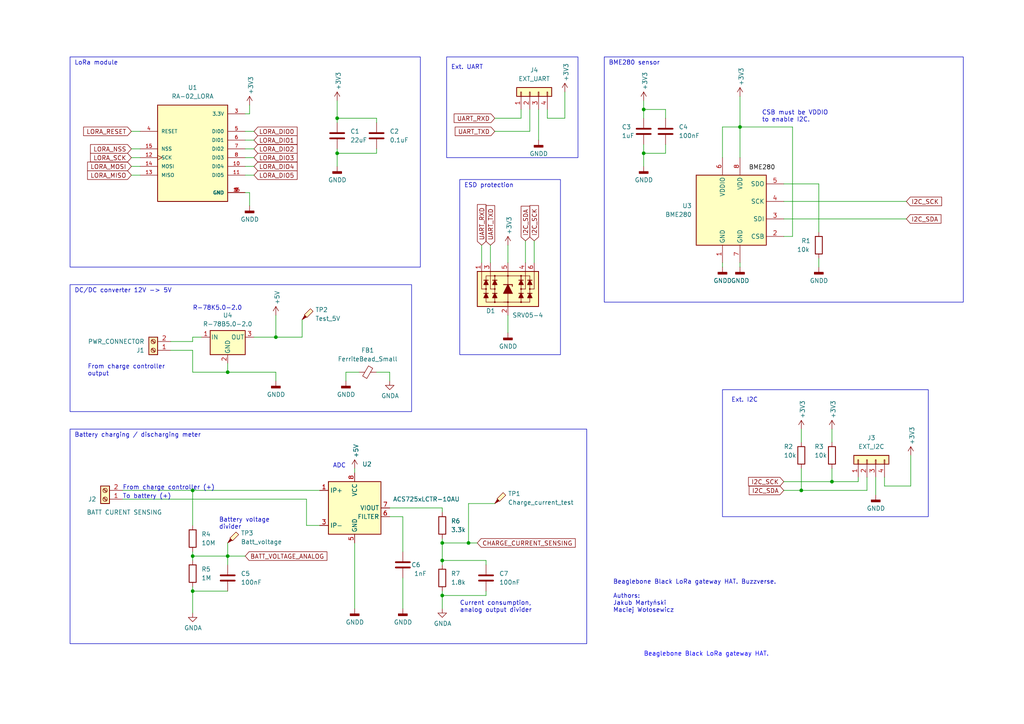
<source format=kicad_sch>
(kicad_sch (version 20230121) (generator eeschema)
  (paper "A4")
  (lib_symbols
    (symbol "Connector:Screw_Terminal_01x02" (pin_names (offset 1.016) hide)
      (property "Reference" "J" (at 0 2.54 0))
      (property "Value" "Screw_Terminal_01x02" (at 0 -5.08 0))
      (symbol "Screw_Terminal_01x02_1_1"
        (rectangle (start -1.27 1.27) (end 1.27 -3.81) (stroke (width 0.254)) (fill (type background)))
        (circle (center 0 -2.54) (radius 0.635) (stroke (width 0.1524)))
        (polyline (pts (xy -0.5334 -2.2098) (xy 0.3302 -3.048)) (stroke (width 0.1524)))
        (polyline (pts (xy -0.5334 0.3302) (xy 0.3302 -0.508)) (stroke (width 0.1524)))
        (polyline (pts (xy -0.3556 -2.032) (xy 0.508 -2.8702)) (stroke (width 0.1524)))
        (polyline (pts (xy -0.3556 0.508) (xy 0.508 -0.3302)) (stroke (width 0.1524)))
        (circle (center 0 0) (radius 0.635) (stroke (width 0.1524)))
        (pin passive line (at -5.08 0 0) (length 3.81) (name "Pin_1") (number "1"))
        (pin passive line (at -5.08 -2.54 0) (length 3.81) (name "Pin_2") (number "2"))
      )
    )
    (symbol "Connector:TestPoint_Probe" (pin_numbers hide) (pin_names (offset 0.762) hide)
      (property "Reference" "TP" (at 1.651 5.842 0))
      (property "Value" "TestPoint_Probe" (at 1.651 4.064 0))
      (symbol "TestPoint_Probe_0_1"
        (polyline (pts (xy 1.27 0.762) (xy 0 0) (xy 0.762 1.27) (xy 1.27 0.762)) (fill (type outline)))
        (polyline (pts (xy 1.397 0.635) (xy 0.635 1.397) (xy 2.413 3.175) (xy 3.175 2.413) (xy 1.397 0.635)) (fill (type background)))
      )
      (symbol "TestPoint_Probe_1_1"
        (pin passive line (at 0 0 90) (length 0) (name "1") (number "1"))
      )
    )
    (symbol "Connector_Generic:Conn_01x04" (pin_names (offset 1.016) hide)
      (property "Reference" "J" (at 0 5.08 0))
      (property "Value" "Conn_01x04" (at 0 -7.62 0))
      (symbol "Conn_01x04_1_1"
        (rectangle (start -1.27 -4.953) (end 0 -5.207) (stroke (width 0.1524)))
        (rectangle (start -1.27 -2.413) (end 0 -2.667) (stroke (width 0.1524)))
        (rectangle (start -1.27 0.127) (end 0 -0.127) (stroke (width 0.1524)))
        (rectangle (start -1.27 2.667) (end 0 2.413) (stroke (width 0.1524)))
        (rectangle (start -1.27 3.81) (end 1.27 -6.35) (stroke (width 0.254)) (fill (type background)))
        (pin passive line (at -5.08 2.54 0) (length 3.81) (name "Pin_1") (number "1"))
        (pin passive line (at -5.08 0 0) (length 3.81) (name "Pin_2") (number "2"))
        (pin passive line (at -5.08 -2.54 0) (length 3.81) (name "Pin_3") (number "3"))
        (pin passive line (at -5.08 -5.08 0) (length 3.81) (name "Pin_4") (number "4"))
      )
    )
    (symbol "Device:C" (pin_numbers hide) (pin_names (offset 0.254))
      (property "Reference" "C" (at 0.635 2.54 0))
      (property "Value" "C" (at 0.635 -2.54 0))
      (symbol "C_0_1"
        (polyline (pts (xy -2.032 -0.762) (xy 2.032 -0.762)) (stroke (width 0.508)))
        (polyline (pts (xy -2.032 0.762) (xy 2.032 0.762)) (stroke (width 0.508)))
      )
      (symbol "C_1_1"
        (pin passive line (at 0 3.81 270) (length 2.794) (name "~") (number "1"))
        (pin passive line (at 0 -3.81 90) (length 2.794) (name "~") (number "2"))
      )
    )
    (symbol "Device:FerriteBead_Small" (pin_numbers hide) (pin_names (offset 0))
      (property "Reference" "FB" (at 1.905 1.27 0))
      (property "Value" "FerriteBead_Small" (at 1.905 -1.27 0))
      (symbol "FerriteBead_Small_0_1"
        (polyline (pts (xy 0 -1.27) (xy 0 -0.7874)))
        (polyline (pts (xy 0 0.889) (xy 0 1.2954)))
        (polyline (pts (xy -1.8288 0.2794) (xy -1.1176 1.4986) (xy 1.8288 -0.2032) (xy 1.1176 -1.4224) (xy -1.8288 0.2794)))
      )
      (symbol "FerriteBead_Small_1_1"
        (pin passive line (at 0 2.54 270) (length 1.27) (name "~") (number "1"))
        (pin passive line (at 0 -2.54 90) (length 1.27) (name "~") (number "2"))
      )
    )
    (symbol "Device:R" (pin_numbers hide) (pin_names (offset 0))
      (property "Reference" "R" (at 2.032 0 90))
      (property "Value" "R" (at 0 0 90))
      (symbol "R_0_1"
        (rectangle (start -1.016 -2.54) (end 1.016 2.54) (stroke (width 0.254)))
      )
      (symbol "R_1_1"
        (pin passive line (at 0 3.81 270) (length 1.27) (name "~") (number "1"))
        (pin passive line (at 0 -3.81 90) (length 1.27) (name "~") (number "2"))
      )
    )
    (symbol "PCM_Diode_TVS_AKL:SRV05-4" (pin_names (offset 1.016) hide)
      (property "Reference" "D" (at 10.16 1.27 0))
      (property "Value" "SRV05-4" (at 10.16 -1.27 0))
      (symbol "SRV05-4_0_1"
        (rectangle (start -8.89 5.08) (end 8.89 -5.08) (stroke (width 0.254)) (fill (type background)))
        (circle (center -3.81 0) (radius 0.1778) (fill (type outline)))
        (polyline (pts (xy -5.715 -1.27) (xy -6.985 -1.27)) (stroke (width 0.254)))
        (polyline (pts (xy -5.715 2.54) (xy -6.985 2.54)) (stroke (width 0.254)))
        (polyline (pts (xy -5.08 0) (xy -5.08 5.08)))
        (polyline (pts (xy -3.81 -1.27) (xy -3.81 1.27)))
        (polyline (pts (xy -3.81 0) (xy -5.08 0)))
        (polyline (pts (xy -3.175 -1.27) (xy -4.445 -1.27)) (stroke (width 0.254)))
        (polyline (pts (xy -3.175 2.54) (xy -4.445 2.54)) (stroke (width 0.254)))
        (polyline (pts (xy 0 -1.27) (xy 0 -5.08)))
        (polyline (pts (xy 0 1.27) (xy 0 5.08)) (stroke (width 0.1524)))
        (polyline (pts (xy 3.81 -1.27) (xy 3.81 1.27)))
        (polyline (pts (xy 3.81 0) (xy 5.08 0)))
        (polyline (pts (xy 3.81 3.81) (xy 6.35 3.81)) (stroke (width 0.1524)))
        (polyline (pts (xy 4.445 -1.27) (xy 3.175 -1.27)) (stroke (width 0.254)))
        (polyline (pts (xy 4.445 2.54) (xy 3.175 2.54)) (stroke (width 0.254)))
        (polyline (pts (xy 5.08 0) (xy 5.08 5.08)))
        (polyline (pts (xy 6.35 3.81) (xy 6.35 -3.81)) (stroke (width 0.1524)))
        (polyline (pts (xy 6.985 -1.27) (xy 5.715 -1.27)) (stroke (width 0.254)))
        (polyline (pts (xy 6.985 2.54) (xy 5.715 2.54)) (stroke (width 0.254)))
        (polyline (pts (xy 6.35 -3.81) (xy -1.27 -3.81) (xy 0 -3.81)) (stroke (width 0.1524)))
        (polyline (pts (xy -6.35 -1.27) (xy -5.715 -2.54) (xy -6.985 -2.54) (xy -6.35 -1.27)) (stroke (width 0.254)) (fill (type outline)))
        (polyline (pts (xy -6.35 2.54) (xy -5.715 1.27) (xy -6.985 1.27) (xy -6.35 2.54)) (stroke (width 0.254)) (fill (type outline)))
        (polyline (pts (xy -3.81 -1.27) (xy -3.175 -2.54) (xy -4.445 -2.54) (xy -3.81 -1.27)) (stroke (width 0.254)) (fill (type outline)))
        (polyline (pts (xy -3.81 2.54) (xy -3.81 3.81) (xy 3.81 3.81) (xy 3.81 2.54)))
        (polyline (pts (xy -3.81 2.54) (xy -3.175 1.27) (xy -4.445 1.27) (xy -3.81 2.54)) (stroke (width 0.254)) (fill (type outline)))
        (polyline (pts (xy 0 -3.81) (xy -6.35 -3.81) (xy -6.35 3.81) (xy -3.81 3.81)))
        (polyline (pts (xy 3.81 -1.27) (xy 4.445 -2.54) (xy 3.175 -2.54) (xy 3.81 -1.27)) (stroke (width 0.254)) (fill (type outline)))
        (polyline (pts (xy 3.81 2.54) (xy 4.445 1.27) (xy 3.175 1.27) (xy 3.81 2.54)) (stroke (width 0.254)) (fill (type outline)))
        (polyline (pts (xy 6.35 -1.27) (xy 6.985 -2.54) (xy 5.715 -2.54) (xy 6.35 -1.27)) (stroke (width 0.254)) (fill (type outline)))
        (polyline (pts (xy 6.35 2.54) (xy 6.985 1.27) (xy 5.715 1.27) (xy 6.35 2.54)) (stroke (width 0.254)) (fill (type outline)))
        (circle (center 0 3.81) (radius 0.1778) (fill (type outline)))
        (circle (center 3.81 0) (radius 0.1778) (fill (type outline)))
      )
      (symbol "SRV05-4_1_1"
        (circle (center -6.35 0) (radius 0.1778) (fill (type outline)))
        (circle (center -3.81 -3.81) (radius 0.1778) (fill (type outline)))
        (circle (center -3.81 3.81) (radius 0.1778) (fill (type outline)))
        (circle (center 0 -3.81) (radius 0.1778) (fill (type outline)))
        (polyline (pts (xy -7.62 0) (xy -7.62 5.08)))
        (polyline (pts (xy -6.35 0) (xy -7.62 0)))
        (polyline (pts (xy -3.81 -3.81) (xy -3.81 -1.27)))
        (polyline (pts (xy -3.81 1.27) (xy -3.81 3.81)))
        (polyline (pts (xy -1.27 1.27) (xy 1.27 1.27)) (stroke (width 0.254)))
        (polyline (pts (xy 0 -1.27) (xy 0 1.27)))
        (polyline (pts (xy 1.27 1.27) (xy 1.27 0.762)) (stroke (width 0.254)))
        (polyline (pts (xy 3.81 -3.81) (xy 3.81 -1.27)))
        (polyline (pts (xy 3.81 1.27) (xy 3.81 3.81)))
        (polyline (pts (xy 6.35 0) (xy 7.62 0)))
        (polyline (pts (xy 7.62 0) (xy 7.62 5.08)))
        (polyline (pts (xy 1.27 -1.27) (xy -1.27 -1.27) (xy 0 1.27) (xy 1.27 -1.27)) (stroke (width 0.254)) (fill (type outline)))
        (circle (center 3.81 -3.81) (radius 0.1778) (fill (type outline)))
        (circle (center 3.81 3.81) (radius 0.1778) (fill (type outline)))
        (circle (center 6.35 0) (radius 0.1778) (fill (type outline)))
        (pin passive line (at -7.62 7.62 270) (length 2.54) (name "L1") (number "1"))
        (pin passive line (at 0 -7.62 90) (length 2.54) (name "VN") (number "2"))
        (pin passive line (at -5.08 7.62 270) (length 2.54) (name "L2") (number "3"))
        (pin passive line (at 5.08 7.62 270) (length 2.54) (name "L3") (number "4"))
        (pin passive line (at 0 7.62 270) (length 2.54) (name "VP") (number "5"))
        (pin passive line (at 7.62 7.62 270) (length 2.54) (name "L4") (number "6"))
      )
    )
    (symbol "RA-02_LORA:RA-02_LORA" (pin_names (offset 1.016))
      (property "Reference" "U" (at -10.16 16.51 0))
      (property "Value" "RA-02_LORA" (at -10.16 -13.97 0))
      (symbol "RA-02_LORA_0_0"
        (rectangle (start -10.16 -12.7) (end 10.16 15.24) (stroke (width 0.254)) (fill (type background)))
        (pin power_in line (at 15.24 -10.16 180) (length 5.08) (name "GND") (number "1"))
        (pin bidirectional line (at 15.24 -2.54 180) (length 5.08) (name "DI04") (number "10"))
        (pin bidirectional line (at 15.24 -5.08 180) (length 5.08) (name "DI05") (number "11"))
        (pin input clock (at -15.24 0 0) (length 5.08) (name "SCK") (number "12"))
        (pin output line (at -15.24 -5.08 0) (length 5.08) (name "MISO") (number "13"))
        (pin input line (at -15.24 -2.54 0) (length 5.08) (name "MOSI") (number "14"))
        (pin input line (at -15.24 2.54 0) (length 5.08) (name "NSS") (number "15"))
        (pin power_in line (at 15.24 -10.16 180) (length 5.08) (name "GND") (number "16"))
        (pin power_in line (at 15.24 -10.16 180) (length 5.08) (name "GND") (number "2"))
        (pin power_in line (at 15.24 12.7 180) (length 5.08) (name "3.3V") (number "3"))
        (pin input line (at -15.24 7.62 0) (length 5.08) (name "RESET") (number "4"))
        (pin bidirectional line (at 15.24 7.62 180) (length 5.08) (name "DI00") (number "5"))
        (pin bidirectional line (at 15.24 5.08 180) (length 5.08) (name "DI01") (number "6"))
        (pin bidirectional line (at 15.24 2.54 180) (length 5.08) (name "DI02") (number "7"))
        (pin bidirectional line (at 15.24 0 180) (length 5.08) (name "DI03") (number "8"))
        (pin power_in line (at 15.24 -10.16 180) (length 5.08) (name "GND") (number "9"))
      )
    )
    (symbol "Regulator_Switching:R-78B5.0-2.0" (pin_names (offset 0.254))
      (property "Reference" "U" (at -3.81 3.175 0))
      (property "Value" "R-78B5.0-2.0" (at 0 3.175 0))
      (symbol "R-78B5.0-2.0_0_1"
        (rectangle (start -5.08 1.905) (end 5.08 -5.08) (stroke (width 0.254)) (fill (type background)))
      )
      (symbol "R-78B5.0-2.0_1_1"
        (pin power_in line (at -7.62 0 0) (length 2.54) (name "IN") (number "1"))
        (pin power_in line (at 0 -7.62 90) (length 2.54) (name "GND") (number "2"))
        (pin power_out line (at 7.62 0 180) (length 2.54) (name "OUT") (number "3"))
      )
    )
    (symbol "Sensor:BME280"
      (property "Reference" "U" (at -8.89 11.43 0))
      (property "Value" "BME280" (at 7.62 11.43 0))
      (symbol "BME280_0_1"
        (rectangle (start -10.16 10.16) (end 10.16 -10.16) (stroke (width 0.254)) (fill (type background)))
      )
      (symbol "BME280_1_1"
        (pin power_in line (at -2.54 -15.24 90) (length 5.08) (name "GND") (number "1"))
        (pin input line (at 15.24 -7.62 180) (length 5.08) (name "CSB") (number "2"))
        (pin bidirectional line (at 15.24 -2.54 180) (length 5.08) (name "SDI") (number "3"))
        (pin input line (at 15.24 2.54 180) (length 5.08) (name "SCK") (number "4"))
        (pin bidirectional line (at 15.24 7.62 180) (length 5.08) (name "SDO") (number "5"))
        (pin power_in line (at -2.54 15.24 270) (length 5.08) (name "VDDIO") (number "6"))
        (pin power_in line (at 2.54 -15.24 90) (length 5.08) (name "GND") (number "7"))
        (pin power_in line (at 2.54 15.24 270) (length 5.08) (name "VDD") (number "8"))
      )
    )
    (symbol "Sensor_Current:ACS725xLCTR-10AU"
      (property "Reference" "U" (at 2.54 11.43 0))
      (property "Value" "ACS725xLCTR-10AU" (at 2.54 8.89 0))
      (symbol "ACS725xLCTR-10AU_0_1"
        (rectangle (start -7.62 7.62) (end 7.62 -7.62) (stroke (width 0.254)) (fill (type background)))
      )
      (symbol "ACS725xLCTR-10AU_1_1"
        (pin passive line (at -10.16 5.08 0) (length 2.54) (name "IP+") (number "1"))
        (pin passive line (at -10.16 5.08 0) (length 2.54) hide (name "IP+") (number "2"))
        (pin passive line (at -10.16 -5.08 0) (length 2.54) (name "IP-") (number "3"))
        (pin passive line (at -10.16 -5.08 0) (length 2.54) hide (name "IP-") (number "4"))
        (pin power_in line (at 0 -10.16 90) (length 2.54) (name "GND") (number "5"))
        (pin passive line (at 10.16 -2.54 180) (length 2.54) (name "FILTER") (number "6"))
        (pin output line (at 10.16 0 180) (length 2.54) (name "VIOUT") (number "7"))
        (pin power_in line (at 0 10.16 270) (length 2.54) (name "VCC") (number "8"))
      )
    )
    (symbol "power:+3.3V" (power) (pin_names (offset 0))
      (property "Value" "+3.3V" (at 0 3.556 0))
      (symbol "+3.3V_0_1"
        (polyline (pts (xy -0.762 1.27) (xy 0 2.54)))
        (polyline (pts (xy 0 0) (xy 0 2.54)))
        (polyline (pts (xy 0 2.54) (xy 0.762 1.27)))
      )
      (symbol "+3.3V_1_1"
        (pin power_in line (at 0 0 90) (length 0) hide (name "+3V3") (number "1"))
      )
    )
    (symbol "power:+5V" (power) (pin_names (offset 0))
      (property "Value" "+5V" (at 0 3.556 0))
      (symbol "+5V_0_1"
        (polyline (pts (xy -0.762 1.27) (xy 0 2.54)))
        (polyline (pts (xy 0 0) (xy 0 2.54)))
        (polyline (pts (xy 0 2.54) (xy 0.762 1.27)))
      )
      (symbol "+5V_1_1"
        (pin power_in line (at 0 0 90) (length 0) hide (name "+5V") (number "1"))
      )
    )
    (symbol "power:GNDA" (power) (pin_names (offset 0))
      (property "Value" "GNDA" (at 0 -3.81 0))
      (symbol "GNDA_0_1"
        (polyline (pts (xy 0 0) (xy 0 -1.27) (xy 1.27 -1.27) (xy 0 -2.54) (xy -1.27 -1.27) (xy 0 -1.27)))
      )
      (symbol "GNDA_1_1"
        (pin power_in line (at 0 0 270) (length 0) hide (name "GNDA") (number "1"))
      )
    )
    (symbol "power:GNDD" (power) (pin_names (offset 0))
      (property "Value" "GNDD" (at 0 -3.175 0))
      (symbol "GNDD_0_1"
        (rectangle (start -1.27 -1.524) (end 1.27 -2.032) (stroke (width 0.254)) (fill (type outline)))
        (polyline (pts (xy 0 0) (xy 0 -1.524)))
      )
      (symbol "GNDD_1_1"
        (pin power_in line (at 0 0 270) (length 0) hide (name "GNDD") (number "1"))
      )
    )
  )
  (junction (at 186.69 44.45))
  (junction (at 214.63 36.83))
  (junction (at 135.89 157.48))
  (junction (at 55.88 161.29))
  (junction (at 80.01 97.79))
  (junction (at 55.88 142.24))
  (junction (at 55.88 171.45))
  (junction (at 241.3 139.7))
  (junction (at 186.69 31.75))
  (junction (at 97.79 34.29))
  (junction (at 232.41 142.24))
  (junction (at 128.27 157.48))
  (junction (at 128.27 162.56))
  (junction (at 66.04 161.29))
  (junction (at 66.04 107.95))
  (junction (at 128.27 172.72))
  (junction (at 97.79 44.45))
  (wire (pts (xy 38.1 48.26) (xy 40.64 48.26)))
  (wire (pts (xy 55.88 161.29) (xy 66.04 161.29)))
  (wire (pts (xy 55.88 170.18) (xy 55.88 171.45)))
  (wire (pts (xy 38.1 38.1) (xy 40.64 38.1)))
  (wire (pts (xy 80.01 91.44) (xy 80.01 97.79)))
  (wire (pts (xy 55.88 171.45) (xy 55.88 177.8)))
  (wire (pts (xy 209.55 36.83) (xy 214.63 36.83)))
  (wire (pts (xy 116.84 167.64) (xy 116.84 176.53)))
  (wire (pts (xy 128.27 172.72) (xy 128.27 176.53)))
  (wire (pts (xy 109.22 43.18) (xy 109.22 44.45)))
  (wire (pts (xy 135.89 146.05) (xy 135.89 157.48)))
  (wire (pts (xy 237.49 74.93) (xy 237.49 77.47)))
  (wire (pts (xy 55.88 101.6) (xy 55.88 107.95)))
  (wire (pts (xy 128.27 147.32) (xy 128.27 148.59)))
  (wire (pts (xy 66.04 105.41) (xy 66.04 107.95)))
  (wire (pts (xy 88.9 152.4) (xy 88.9 144.78)))
  (wire (pts (xy 214.63 36.83) (xy 214.63 45.72)))
  (wire (pts (xy 128.27 157.48) (xy 135.89 157.48)))
  (wire (pts (xy 227.33 58.42) (xy 262.89 58.42)))
  (wire (pts (xy 66.04 161.29) (xy 71.12 161.29)))
  (wire (pts (xy 248.92 139.7) (xy 241.3 139.7)))
  (wire (pts (xy 66.04 161.29) (xy 66.04 163.83)))
  (wire (pts (xy 135.89 157.48) (xy 138.43 157.48)))
  (wire (pts (xy 80.01 107.95) (xy 80.01 110.49)))
  (wire (pts (xy 100.33 107.95) (xy 104.14 107.95)))
  (wire (pts (xy 128.27 157.48) (xy 128.27 162.56)))
  (wire (pts (xy 97.79 35.56) (xy 97.79 34.29)))
  (wire (pts (xy 227.33 53.34) (xy 237.49 53.34)))
  (wire (pts (xy 113.03 147.32) (xy 128.27 147.32)))
  (wire (pts (xy 186.69 31.75) (xy 193.04 31.75)))
  (wire (pts (xy 35.56 144.78) (xy 88.9 144.78)))
  (wire (pts (xy 49.53 101.6) (xy 55.88 101.6)))
  (wire (pts (xy 193.04 34.29) (xy 193.04 31.75)))
  (wire (pts (xy 128.27 172.72) (xy 140.97 172.72)))
  (wire (pts (xy 97.79 34.29) (xy 109.22 34.29)))
  (wire (pts (xy 209.55 45.72) (xy 209.55 36.83)))
  (wire (pts (xy 241.3 135.89) (xy 241.3 139.7)))
  (wire (pts (xy 87.63 92.71) (xy 87.63 97.79)))
  (wire (pts (xy 71.12 45.72) (xy 73.66 45.72)))
  (wire (pts (xy 49.53 99.06) (xy 55.88 99.06)))
  (wire (pts (xy 237.49 53.34) (xy 237.49 67.31)))
  (wire (pts (xy 232.41 142.24) (xy 251.46 142.24)))
  (wire (pts (xy 97.79 29.21) (xy 97.79 34.29)))
  (wire (pts (xy 186.69 41.91) (xy 186.69 44.45)))
  (wire (pts (xy 241.3 139.7) (xy 227.33 139.7)))
  (wire (pts (xy 113.03 149.86) (xy 116.84 149.86)))
  (wire (pts (xy 128.27 162.56) (xy 140.97 162.56)))
  (wire (pts (xy 264.16 132.08) (xy 264.16 140.97)))
  (wire (pts (xy 229.87 36.83) (xy 214.63 36.83)))
  (wire (pts (xy 151.13 34.29) (xy 143.51 34.29)))
  (wire (pts (xy 55.88 142.24) (xy 55.88 152.4)))
  (wire (pts (xy 143.51 38.1) (xy 153.67 38.1)))
  (wire (pts (xy 163.83 26.67) (xy 163.83 34.29)))
  (wire (pts (xy 214.63 77.47) (xy 214.63 76.2)))
  (wire (pts (xy 264.16 140.97) (xy 256.54 140.97)))
  (wire (pts (xy 87.63 97.79) (xy 80.01 97.79)))
  (wire (pts (xy 151.13 31.75) (xy 151.13 34.29)))
  (wire (pts (xy 128.27 162.56) (xy 128.27 163.83)))
  (wire (pts (xy 186.69 44.45) (xy 186.69 48.26)))
  (wire (pts (xy 128.27 156.21) (xy 128.27 157.48)))
  (wire (pts (xy 71.12 40.64) (xy 73.66 40.64)))
  (wire (pts (xy 55.88 171.45) (xy 66.04 171.45)))
  (wire (pts (xy 66.04 107.95) (xy 80.01 107.95)))
  (wire (pts (xy 128.27 171.45) (xy 128.27 172.72)))
  (wire (pts (xy 55.88 107.95) (xy 66.04 107.95)))
  (wire (pts (xy 139.7 71.12) (xy 139.7 76.2)))
  (wire (pts (xy 154.94 69.85) (xy 154.94 76.2)))
  (wire (pts (xy 55.88 99.06) (xy 55.88 97.79)))
  (wire (pts (xy 153.67 38.1) (xy 153.67 31.75)))
  (wire (pts (xy 66.04 157.48) (xy 66.04 161.29)))
  (wire (pts (xy 113.03 107.95) (xy 113.03 110.49)))
  (wire (pts (xy 35.56 142.24) (xy 55.88 142.24)))
  (wire (pts (xy 71.12 38.1) (xy 73.66 38.1)))
  (wire (pts (xy 71.12 55.88) (xy 72.39 55.88)))
  (wire (pts (xy 229.87 68.58) (xy 229.87 36.83)))
  (wire (pts (xy 186.69 31.75) (xy 186.69 34.29)))
  (wire (pts (xy 109.22 34.29) (xy 109.22 35.56)))
  (wire (pts (xy 73.66 97.79) (xy 80.01 97.79)))
  (wire (pts (xy 97.79 44.45) (xy 109.22 44.45)))
  (wire (pts (xy 186.69 44.45) (xy 193.04 44.45)))
  (wire (pts (xy 147.32 91.44) (xy 147.32 96.52)))
  (wire (pts (xy 72.39 33.02) (xy 72.39 30.48)))
  (wire (pts (xy 38.1 43.18) (xy 40.64 43.18)))
  (wire (pts (xy 55.88 142.24) (xy 92.71 142.24)))
  (wire (pts (xy 251.46 142.24) (xy 251.46 138.43)))
  (wire (pts (xy 97.79 44.45) (xy 97.79 48.26)))
  (wire (pts (xy 55.88 97.79) (xy 58.42 97.79)))
  (wire (pts (xy 140.97 171.45) (xy 140.97 172.72)))
  (wire (pts (xy 256.54 140.97) (xy 256.54 138.43)))
  (wire (pts (xy 71.12 48.26) (xy 73.66 48.26)))
  (wire (pts (xy 227.33 142.24) (xy 232.41 142.24)))
  (wire (pts (xy 100.33 110.49) (xy 100.33 107.95)))
  (wire (pts (xy 209.55 77.47) (xy 209.55 76.2)))
  (wire (pts (xy 38.1 50.8) (xy 40.64 50.8)))
  (wire (pts (xy 152.4 69.85) (xy 152.4 76.2)))
  (wire (pts (xy 156.21 31.75) (xy 156.21 40.64)))
  (wire (pts (xy 248.92 138.43) (xy 248.92 139.7)))
  (wire (pts (xy 193.04 41.91) (xy 193.04 44.45)))
  (wire (pts (xy 109.22 107.95) (xy 113.03 107.95)))
  (wire (pts (xy 92.71 152.4) (xy 88.9 152.4)))
  (wire (pts (xy 140.97 163.83) (xy 140.97 162.56)))
  (wire (pts (xy 55.88 161.29) (xy 55.88 162.56)))
  (wire (pts (xy 241.3 124.46) (xy 241.3 128.27)))
  (wire (pts (xy 102.87 135.89) (xy 102.87 137.16)))
  (wire (pts (xy 163.83 34.29) (xy 158.75 34.29)))
  (wire (pts (xy 232.41 124.46) (xy 232.41 128.27)))
  (wire (pts (xy 232.41 142.24) (xy 232.41 135.89)))
  (wire (pts (xy 227.33 63.5) (xy 262.89 63.5)))
  (wire (pts (xy 214.63 27.94) (xy 214.63 36.83)))
  (wire (pts (xy 227.33 68.58) (xy 229.87 68.58)))
  (wire (pts (xy 254 138.43) (xy 254 143.51)))
  (wire (pts (xy 143.51 146.05) (xy 135.89 146.05)))
  (wire (pts (xy 147.32 71.12) (xy 147.32 76.2)))
  (wire (pts (xy 71.12 33.02) (xy 72.39 33.02)))
  (wire (pts (xy 102.87 157.48) (xy 102.87 176.53)))
  (wire (pts (xy 38.1 45.72) (xy 40.64 45.72)))
  (wire (pts (xy 71.12 50.8) (xy 73.66 50.8)))
  (wire (pts (xy 142.24 71.12) (xy 142.24 76.2)))
  (wire (pts (xy 72.39 55.88) (xy 72.39 59.69)))
  (wire (pts (xy 158.75 34.29) (xy 158.75 31.75)))
  (wire (pts (xy 186.69 29.21) (xy 186.69 31.75)))
  (wire (pts (xy 97.79 43.18) (xy 97.79 44.45)))
  (wire (pts (xy 116.84 149.86) (xy 116.84 160.02)))
  (wire (pts (xy 71.12 43.18) (xy 73.66 43.18)))
  (wire (pts (xy 55.88 160.02) (xy 55.88 161.29)))
  (rectangle (start 20.32 16.51) (end 121.92 77.47))
  (rectangle (start 209.55 113.03) (end 269.24 149.86))
  (rectangle (start 20.32 82.55) (end 119.38 119.38))
  (rectangle (start 129.54 16.51) (end 167.64 45.72))
  (rectangle (start 175.26 16.51) (end 279.4 87.63))
  (rectangle (start 133.35 52.07) (end 162.56 102.87))
  (rectangle (start 20.32 124.46) (end 170.18 186.69))
  (text "BME280 sensor" (at 176.53 19.05 0) (effects (font (size 1.27 1.27)) (justify left bottom)))
  (text "Ext. I2C" (at 212.09 116.84 0) (effects (font (size 1.27 1.27)) (justify left bottom)))
  (text "R-78K5.0-2.0" (at 55.88 90.17 0) (effects (font (size 1.27 1.27)) (justify left bottom)))
  (text "From charge controller (+)" (at 35.56 142.24 0) (effects (font (size 1.27 1.27)) (justify left bottom)))
  (text "Ext. UART" (at 130.81 20.32 0) (effects (font (size 1.27 1.27)) (justify left bottom)))
  (text "ADC" (at 96.52 135.89 0) (effects (font (size 1.27 1.27)) (justify left bottom)))
  (text "ESD protection" (at 134.62 54.61 0) (effects (font (size 1.27 1.27)) (justify left bottom)))
  (text "Battery voltage\ndivider\n" (at 63.5 153.67 0) (effects (font (size 1.27 1.27)) (justify left bottom)))
  (text "Current consumption,\nanalog output divider\n" (at 133.35 177.8 0) (effects (font (size 1.27 1.27)) (justify left bottom)))
  (text "Beaglebone Black LoRa gateway HAT. Buzzverse.\n\nAuthors:\nJakub Martyński\nMaciej Wołosewicz" (at 177.8 177.8 0) (effects (font (size 1.27 1.27)) (justify left bottom)))
  (text "DC/DC converter 12V -> 5V" (at 21.59 85.09 0) (effects (font (size 1.27 1.27)) (justify left bottom)))
  (text "To battery (+)" (at 35.56 144.78 0) (effects (font (size 1.27 1.27)) (justify left bottom)))
  (text "LoRa module" (at 21.59 19.05 0) (effects (font (size 1.27 1.27)) (justify left bottom)))
  (text "Beaglebone Black LoRa gateway HAT." (at 186.69 190.5 0) (effects (font (size 1.27 1.27)) (justify left bottom)))
  (text "CSB must be VDDIO\nto enable I2C." (at 220.98 35.56 0) (effects (font (size 1.27 1.27)) (justify left bottom)))
  (text "From charge controller\noutput" (at 25.4 109.22 0) (effects (font (size 1.27 1.27)) (justify left bottom)))
  (text "Battery charging / discharging meter" (at 21.59 127 0) (effects (font (size 1.27 1.27)) (justify left bottom)))
  (label "BME280" (at 217.17 49.53 0))
  (global_label "UART_TXD" (shape input) (at 143.51 38.1 180) (property "Intersheetrefs" "${INTERSHEET_REFS}" (effects hide)))
  (global_label "I2C_SDA" (shape input) (at 227.33 142.24 180) (property "Intersheetrefs" "${INTERSHEET_REFS}" (effects hide)))
  (global_label "LORA_MISO" (shape input) (at 38.1 50.8 180) (property "Intersheetrefs" "${INTERSHEET_REFS}" (effects hide)))
  (global_label "BATT_VOLTAGE_ANALOG" (shape input) (at 71.12 161.29 0) (property "Intersheetrefs" "${INTERSHEET_REFS}" (effects hide)))
  (global_label "LORA_DIO2" (shape input) (at 73.66 43.18 0) (property "Intersheetrefs" "${INTERSHEET_REFS}" (effects hide)))
  (global_label "I2C_SDA" (shape input) (at 152.4 69.85 90) (property "Intersheetrefs" "${INTERSHEET_REFS}" (effects hide)))
  (global_label "LORA_NSS" (shape input) (at 38.1 43.18 180) (property "Intersheetrefs" "${INTERSHEET_REFS}" (effects hide)))
  (global_label "LORA_DIO3" (shape input) (at 73.66 45.72 0) (property "Intersheetrefs" "${INTERSHEET_REFS}" (effects hide)))
  (global_label "I2C_SCK" (shape input) (at 262.89 58.42 0) (property "Intersheetrefs" "${INTERSHEET_REFS}" (effects hide)))
  (global_label "LORA_DIO0" (shape input) (at 73.66 38.1 0) (property "Intersheetrefs" "${INTERSHEET_REFS}" (effects hide)))
  (global_label "LORA_DIO5" (shape input) (at 73.66 50.8 0) (property "Intersheetrefs" "${INTERSHEET_REFS}" (effects hide)))
  (global_label "CHARGE_CURRENT_SENSING" (shape input) (at 138.43 157.48 0) (property "Intersheetrefs" "${INTERSHEET_REFS}" (effects hide)))
  (global_label "I2C_SDA" (shape input) (at 262.89 63.5 0) (property "Intersheetrefs" "${INTERSHEET_REFS}" (effects hide)))
  (global_label "I2C_SCK" (shape input) (at 227.33 139.7 180) (property "Intersheetrefs" "${INTERSHEET_REFS}" (effects hide)))
  (global_label "UART_TXD" (shape input) (at 142.24 71.12 90) (property "Intersheetrefs" "${INTERSHEET_REFS}" (effects hide)))
  (global_label "LORA_RESET" (shape input) (at 38.1 38.1 180) (property "Intersheetrefs" "${INTERSHEET_REFS}" (effects hide)))
  (global_label "LORA_SCK" (shape input) (at 38.1 45.72 180) (property "Intersheetrefs" "${INTERSHEET_REFS}" (effects hide)))
  (global_label "UART_RXD" (shape input) (at 143.51 34.29 180) (property "Intersheetrefs" "${INTERSHEET_REFS}" (effects hide)))
  (global_label "UART_RXD" (shape input) (at 139.7 71.12 90) (property "Intersheetrefs" "${INTERSHEET_REFS}" (effects hide)))
  (global_label "LORA_MOSI" (shape input) (at 38.1 48.26 180) (property "Intersheetrefs" "${INTERSHEET_REFS}" (effects hide)))
  (global_label "LORA_DIO4" (shape input) (at 73.66 48.26 0) (property "Intersheetrefs" "${INTERSHEET_REFS}" (effects hide)))
  (global_label "I2C_SCK" (shape input) (at 154.94 69.85 90) (property "Intersheetrefs" "${INTERSHEET_REFS}" (effects hide)))
  (global_label "LORA_DIO1" (shape input) (at 73.66 40.64 0) (property "Intersheetrefs" "${INTERSHEET_REFS}" (effects hide)))
  (symbol (lib_id "power:+3.3V") (at 97.79 29.21 0) (unit 1)
    (property "Reference" "#PWR010" (effects hide))
    (property "Value" "+3V3" (at 98.1456 26.162 90) (effects (justify left)))
  )
  (symbol (lib_id "power:GNDD") (at 209.55 77.47 0) (unit 1)
    (property "Reference" "#PWR014" (effects hide))
    (property "Value" "GNDD" (at 209.6008 81.4134 0))
  )
  (symbol (lib_id "Device:R") (at 241.3 132.08 0) (unit 1)
    (property "Reference" "R3" (at 236.22 129.54 0) (effects (justify left)))
    (property "Value" "10k" (at 236.22 132.08 0) (effects (justify left)))
    (property "Footprint" "Resistor_SMD:R_0603_1608Metric" (effects hide))
  )
  (symbol (lib_id "power:GNDD") (at 147.32 96.52 0) (unit 1)
    (property "Reference" "#PWR032" (effects hide))
    (property "Value" "GNDD" (at 147.3708 100.4634 0))
  )
  (symbol (lib_id "power:GNDD") (at 237.49 77.47 0) (unit 1)
    (property "Reference" "#PWR017" (effects hide))
    (property "Value" "GNDD" (at 237.5408 81.4134 0))
  )
  (symbol (lib_id "Device:C") (at 116.84 163.83 0) (unit 1)
    (property "Reference" "C6" (at 120.65 163.83 0))
    (property "Value" "1nF" (at 121.92 166.37 0))
    (property "Footprint" "Capacitor_SMD:C_0603_1608Metric" (effects hide))
  )
  (symbol (lib_id "Device:R") (at 128.27 167.64 0) (unit 1)
    (property "Reference" "R7" (at 130.81 166.37 0) (effects (justify left)))
    (property "Value" "1.8k" (at 130.81 168.91 0) (effects (justify left)))
    (property "Footprint" "Resistor_SMD:R_0603_1608Metric" (effects hide))
  )
  (symbol (lib_id "power:GNDD") (at 156.21 40.64 0) (unit 1)
    (property "Reference" "#PWR030" (effects hide))
    (property "Value" "GNDD" (at 156.2608 44.5834 0))
  )
  (symbol (lib_id "Device:R") (at 128.27 152.4 0) (unit 1)
    (property "Reference" "R6" (at 130.81 151.13 0) (effects (justify left)))
    (property "Value" "3.3k" (at 130.81 153.67 0) (effects (justify left)))
    (property "Footprint" "Resistor_SMD:R_0603_1608Metric" (effects hide))
  )
  (symbol (lib_id "power:+3.3V") (at 186.69 29.21 0) (unit 1)
    (property "Reference" "#PWR025" (effects hide))
    (property "Value" "+3V3" (at 187.0456 26.162 90) (effects (justify left)))
  )
  (symbol (lib_id "power:+5V") (at 80.01 91.44 0) (unit 1)
    (property "Reference" "#PWR012" (effects hide))
    (property "Value" "+5V" (at 80.391 88.392 90) (effects (justify left)))
  )
  (symbol (lib_id "power:+3.3V") (at 241.3 124.46 0) (unit 1)
    (property "Reference" "#PWR020" (effects hide))
    (property "Value" "+3V3" (at 241.6556 121.412 90) (effects (justify left)))
  )
  (symbol (lib_id "Sensor:BME280") (at 212.09 60.96 0) (unit 1)
    (property "Reference" "U3" (at 200.66 59.69 0) (effects (justify right)))
    (property "Value" "BME280" (at 200.66 62.23 0) (effects (justify right)))
    (property "Footprint" "Package_LGA:Bosch_LGA-8_2.5x2.5mm_P0.65mm_ClockwisePinNumbering" (effects hide))
    (property "Datasheet" "https://www.bosch-sensortec.com/media/boschsensortec/downloads/datasheets/bst-bme280-ds002.pdf" (effects hide))
  )
  (symbol (lib_id "power:+3.3V") (at 72.39 30.48 0) (unit 1)
    (property "Reference" "#PWR022" (effects hide))
    (property "Value" "+3V3" (at 72.7456 27.432 90) (effects (justify left)))
  )
  (symbol (lib_id "power:GNDA") (at 128.27 176.53 0) (unit 1)
    (property "Reference" "#PWR05" (effects hide))
    (property "Value" "GNDA" (at 128.3843 180.8544 0))
  )
  (symbol (lib_id "power:GNDD") (at 254 143.51 0) (unit 1)
    (property "Reference" "#PWR029" (effects hide))
    (property "Value" "GNDD" (at 254.0508 147.4534 0))
  )
  (symbol (lib_id "power:+3.3V") (at 264.16 132.08 0) (unit 1)
    (property "Reference" "#PWR028" (effects hide))
    (property "Value" "+3V3" (at 264.5156 129.032 90) (effects (justify left)))
  )
  (symbol (lib_id "Connector:TestPoint_Probe") (at 66.04 157.48 0) (unit 1)
    (property "Reference" "TP3" (at 69.85 154.6225 0) (effects (justify left)))
    (property "Value" "Batt_voltage" (at 69.85 157.1625 0) (effects (justify left)))
    (property "Footprint" "TestPoint:TestPoint_Pad_D1.5mm" (effects hide))
  )
  (symbol (lib_id "Connector:TestPoint_Probe") (at 143.51 146.05 0) (unit 1)
    (property "Reference" "TP1" (at 147.32 143.1925 0) (effects (justify left)))
    (property "Value" "Charge_current_test" (at 147.32 145.7325 0) (effects (justify left)))
    (property "Footprint" "TestPoint:TestPoint_Pad_D1.5mm" (effects hide))
  )
  (symbol (lib_id "power:GNDD") (at 214.63 77.47 0) (unit 1)
    (property "Reference" "#PWR015" (effects hide))
    (property "Value" "GNDD" (at 214.6808 81.4134 0))
  )
  (symbol (lib_id "Device:C") (at 109.22 39.37 0) (unit 1)
    (property "Reference" "C2" (at 113.03 38.1 0) (effects (justify left)))
    (property "Value" "0.1uF" (at 113.03 40.64 0) (effects (justify left)))
    (property "Footprint" "Capacitor_SMD:C_0603_1608Metric" (effects hide))
  )
  (symbol (lib_id "power:GNDD") (at 72.39 59.69 0) (unit 1)
    (property "Reference" "#PWR023" (effects hide))
    (property "Value" "GNDD" (at 72.4408 63.6334 0))
  )
  (symbol (lib_id "Device:C") (at 97.79 39.37 0) (unit 1)
    (property "Reference" "C1" (at 101.6 38.1 0) (effects (justify left)))
    (property "Value" "22uF" (at 101.6 40.64 0) (effects (justify left)))
    (property "Footprint" "Capacitor_SMD:C_0603_1608Metric" (effects hide))
  )
  (symbol (lib_id "Device:C") (at 140.97 167.64 0) (unit 1)
    (property "Reference" "C7" (at 144.78 166.37 0) (effects (justify left)))
    (property "Value" "100nF" (at 144.78 168.91 0) (effects (justify left)))
    (property "Footprint" "Capacitor_SMD:C_0603_1608Metric" (effects hide))
  )
  (symbol (lib_id "Device:C") (at 186.69 38.1 0) (unit 1)
    (property "Reference" "C3" (at 180.34 36.83 0) (effects (justify left)))
    (property "Value" "1uF" (at 180.34 39.37 0) (effects (justify left)))
    (property "Footprint" "Capacitor_SMD:C_0603_1608Metric" (effects hide))
  )
  (symbol (lib_id "power:GNDD") (at 102.87 176.53 0) (unit 1)
    (property "Reference" "#PWR02" (effects hide))
    (property "Value" "GNDD" (at 102.9208 180.4734 0))
  )
  (symbol (lib_id "power:GNDD") (at 116.84 176.53 0) (unit 1)
    (property "Reference" "#PWR024" (effects hide))
    (property "Value" "GNDD" (at 116.8908 180.4734 0))
  )
  (symbol (lib_id "power:+3.3V") (at 147.32 71.12 0) (unit 1)
    (property "Reference" "#PWR033" (effects hide))
    (property "Value" "+3V3" (at 147.6756 68.072 90) (effects (justify left)))
  )
  (symbol (lib_id "power:GNDA") (at 55.88 177.8 0) (unit 1)
    (property "Reference" "#PWR01" (effects hide))
    (property "Value" "GNDA" (at 55.9943 182.1244 0))
  )
  (symbol (lib_id "Regulator_Switching:R-78B5.0-2.0") (at 66.04 97.79 0) (unit 1)
    (property "Reference" "U4" (at 66.04 91.44 0))
    (property "Value" "R-78B5.0-2.0" (at 66.04 93.98 0))
    (property "Footprint" "Converter_DCDC:Converter_DCDC_RECOM_R-78HB-0.5L_THT" (effects hide))
    (property "Datasheet" "https://www.recom-power.com/pdf/Innoline/R-78Bxx-2.0.pdf" (effects hide))
  )
  (symbol (lib_id "Device:C") (at 66.04 167.64 0) (unit 1)
    (property "Reference" "C5" (at 69.85 166.37 0) (effects (justify left)))
    (property "Value" "100nF" (at 69.85 168.91 0) (effects (justify left)))
    (property "Footprint" "Capacitor_SMD:C_0603_1608Metric" (effects hide))
  )
  (symbol (lib_id "power:+3.3V") (at 163.83 26.67 0) (unit 1)
    (property "Reference" "#PWR031" (effects hide))
    (property "Value" "+3V3" (at 164.1856 23.622 90) (effects (justify left)))
  )
  (symbol (lib_id "Connector_Generic:Conn_01x04") (at 153.67 26.67 90) (unit 1)
    (property "Reference" "J4" (at 154.94 20.32 90))
    (property "Value" "EXT_UART" (at 154.94 22.86 90))
    (property "Footprint" "Connector_PinHeader_2.54mm:PinHeader_1x04_P2.54mm_Vertical" (effects hide))
  )
  (symbol (lib_id "Connector:Screw_Terminal_01x02") (at 30.48 144.78 180) (unit 1)
    (property "Reference" "J2" (at 27.94 144.78 0) (effects (justify left)))
    (property "Value" "BATT CURENT SENSING" (at 46.99 148.59 0) (effects (justify left)))
    (property "Footprint" "TerminalBlock_Phoenix:TerminalBlock_Phoenix_PT-1,5-2-3.5-H_1x02_P3.50mm_Horizontal" (effects hide))
  )
  (symbol (lib_id "Device:FerriteBead_Small") (at 106.68 107.95 90) (unit 1)
    (property "Reference" "FB1" (at 106.6419 101.6 90))
    (property "Value" "FerriteBead_Small" (at 106.6419 104.14 90))
    (property "Footprint" "PCM_Ferrite_SMD_AKL:Ferrite_0603_1608Metric" (effects hide))
  )
  (symbol (lib_id "Connector_Generic:Conn_01x04") (at 251.46 133.35 90) (unit 1)
    (property "Reference" "J3" (at 252.73 127 90))
    (property "Value" "EXT_I2C" (at 252.73 129.54 90))
    (property "Footprint" "Connector_PinHeader_2.54mm:PinHeader_1x04_P2.54mm_Vertical" (effects hide))
  )
  (symbol (lib_id "PCM_Diode_TVS_AKL:SRV05-4") (at 147.32 83.82 0) (unit 1)
    (property "Reference" "D1" (at 140.97 90.17 0) (effects (justify left)))
    (property "Value" "SRV05-4" (at 148.59 91.44 0) (effects (justify left)))
    (property "Footprint" "Package_TO_SOT_SMD:SOT-23-6" (effects hide))
    (property "Datasheet" "https://www.tme.eu/Document/92be68a8ae546e7ce666ecbdb0470493/SRV05-4.pdf" (effects hide))
    (property "Link" "https://www.mouser.pl/ProductDetail/Semtech/SRV05-4.TCT?qs=rBWM4%252BvDhIe0tfPjqKjR5Q%3D%3D" (effects hide))
    (property "Symbol" "SRV05-4.TCT" (effects hide))
  )
  (symbol (lib_id "RA-02_LORA:RA-02_LORA") (at 55.88 45.72 0) (unit 1)
    (property "Reference" "U1" (at 55.88 25.4 0))
    (property "Value" "RA-02_LORA" (at 55.88 27.94 0))
    (property "Footprint" "RA-02_LORA:MODULE_RA-02_LORA" (effects hide))
    (property "MF" "AI-Thinker" (effects hide))
    (property "MAXIMUM_PACKAGE_HEIGHT" "3.3mm" (effects hide))
    (property "Package" "None" (effects hide))
    (property "Price" "None" (effects hide))
    (property "Check_prices" "https://www.snapeda.com/parts/Ra-02%20LoRa/AI-Thinker/view-part/?ref=eda" (effects hide))
    (property "STANDARD" "Manufacturer Recommendations" (effects hide))
    (property "PARTREV" "2018/03/02" (effects hide))
    (property "SnapEDA_Link" "https://www.snapeda.com/parts/Ra-02%20LoRa/AI-Thinker/view-part/?ref=snap" (effects hide))
    (property "MP" "Ra-02 LoRa" (effects hide))
    (property "Description" "\nRa-02 LoRa RF M5Stack Platform Evaluation Expansion Board\n" (effects hide))
    (property "Availability" "Not in stock" (effects hide))
    (property "MANUFACTURER" "Ai-Thinker" (effects hide))
  )
  (symbol (lib_id "Connector:TestPoint_Probe") (at 87.63 92.71 0) (unit 1)
    (property "Reference" "TP2" (at 91.44 89.8525 0) (effects (justify left)))
    (property "Value" "Test_5V" (at 91.44 92.3925 0) (effects (justify left)))
    (property "Footprint" "TestPoint:TestPoint_Pad_D1.5mm" (effects hide))
  )
  (symbol (lib_id "power:GNDD") (at 186.69 48.26 0) (unit 1)
    (property "Reference" "#PWR013" (effects hide))
    (property "Value" "GNDD" (at 186.7408 52.2034 0))
  )
  (symbol (lib_id "power:+5V") (at 102.87 135.89 0) (unit 1)
    (property "Reference" "#PWR03" (effects hide))
    (property "Value" "+5V" (at 103.251 132.842 90) (effects (justify left)))
  )
  (symbol (lib_id "power:GNDA") (at 113.03 110.49 0) (unit 1)
    (property "Reference" "#PWR027" (effects hide))
    (property "Value" "GNDA" (at 113.1443 114.8144 0))
  )
  (symbol (lib_id "power:GNDD") (at 80.01 110.49 0) (unit 1)
    (property "Reference" "#PWR021" (effects hide))
    (property "Value" "GNDD" (at 80.0608 114.4334 0))
  )
  (symbol (lib_id "power:+3.3V") (at 214.63 27.94 0) (unit 1)
    (property "Reference" "#PWR016" (effects hide))
    (property "Value" "+3V3" (at 214.9856 24.892 90) (effects (justify left)))
  )
  (symbol (lib_id "power:GNDD") (at 100.33 110.49 0) (unit 1)
    (property "Reference" "#PWR026" (effects hide))
    (property "Value" "GNDD" (at 100.3808 114.4334 0))
  )
  (symbol (lib_id "power:GNDD") (at 97.79 48.26 0) (unit 1)
    (property "Reference" "#PWR011" (effects hide))
    (property "Value" "GNDD" (at 97.8408 52.2034 0))
  )
  (symbol (lib_id "Connector:Screw_Terminal_01x02") (at 44.45 101.6 180) (unit 1)
    (property "Reference" "J1" (at 41.91 101.6 0) (effects (justify left)))
    (property "Value" "PWR_CONNECTOR" (at 41.91 99.06 0) (effects (justify left)))
    (property "Footprint" "TerminalBlock_Phoenix:TerminalBlock_Phoenix_PT-1,5-2-3.5-H_1x02_P3.50mm_Horizontal" (effects hide))
  )
  (symbol (lib_id "Device:R") (at 55.88 156.21 0) (unit 1)
    (property "Reference" "R4" (at 58.42 154.94 0) (effects (justify left)))
    (property "Value" "10M" (at 58.42 157.48 0) (effects (justify left)))
    (property "Footprint" "Resistor_SMD:R_0603_1608Metric" (effects hide))
  )
  (symbol (lib_id "Device:R") (at 232.41 132.08 0) (unit 1)
    (property "Reference" "R2" (at 227.33 129.54 0) (effects (justify left)))
    (property "Value" "10k" (at 227.33 132.08 0) (effects (justify left)))
    (property "Footprint" "Resistor_SMD:R_0603_1608Metric" (effects hide))
  )
  (symbol (lib_id "Device:C") (at 193.04 38.1 0) (unit 1)
    (property "Reference" "C4" (at 196.85 36.83 0) (effects (justify left)))
    (property "Value" "100nF" (at 196.85 39.37 0) (effects (justify left)))
    (property "Footprint" "Capacitor_SMD:C_0603_1608Metric" (effects hide))
  )
  (symbol (lib_id "Sensor_Current:ACS725xLCTR-10AU") (at 102.87 147.32 0) (unit 1)
    (property "Reference" "U2" (at 105.0641 134.62 0) (effects (justify left)))
    (property "Value" "ACS725xLCTR-10AU" (at 113.9541 144.78 0) (effects (justify left)))
    (property "Footprint" "Package_SO:SOIC-8_3.9x4.9mm_P1.27mm" (effects hide))
    (property "Datasheet" "http://www.allegromicro.com/~/media/Files/Datasheets/ACS725-Datasheet.ashx?la=en" (effects hide))
  )
  (symbol (lib_id "power:+3.3V") (at 232.41 124.46 0) (unit 1)
    (property "Reference" "#PWR019" (effects hide))
    (property "Value" "+3V3" (at 232.7656 121.412 90) (effects (justify left)))
  )
  (symbol (lib_id "Device:R") (at 237.49 71.12 0) (unit 1)
    (property "Reference" "R1" (at 232.41 69.85 0) (effects (justify left)))
    (property "Value" "10k" (at 231.14 72.39 0) (effects (justify left)))
    (property "Footprint" "Resistor_SMD:R_0603_1608Metric" (effects hide))
  )
  (symbol (lib_id "Device:R") (at 55.88 166.37 0) (unit 1)
    (property "Reference" "R5" (at 58.42 165.1 0) (effects (justify left)))
    (property "Value" "1M" (at 58.42 167.64 0) (effects (justify left)))
    (property "Footprint" "Resistor_SMD:R_0603_1608Metric" (effects hide))
  )
)
</source>
